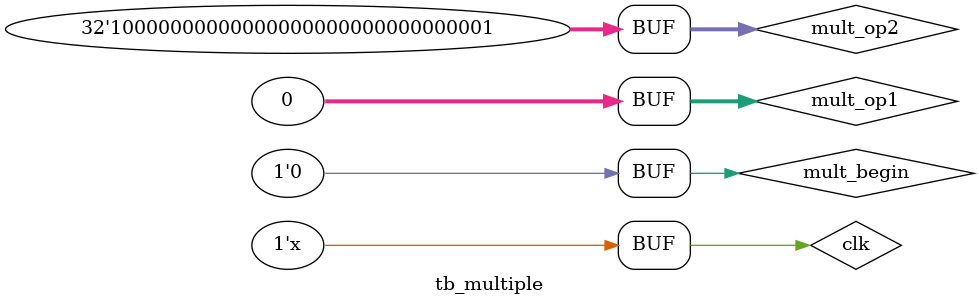
<source format=v>
`timescale 1ns / 1ps


module tb_multiple();
    // Inputs
    reg clk;
    reg mult_begin;
    reg [31:0] mult_op1;
    reg [31:0] mult_op2;

    // Outputs
    wire [63:0] product;
    wire mult_end;

    // Instantiate the Unit Under Test (UUT)
    multiply uut (
        .clk(clk), 
        .mult_begin(mult_begin), 
        .mult_op1(mult_op1), 
        .mult_op2(mult_op2), 
        .product(product), 
        .mult_end(mult_end)
    );

    initial begin
        // Initialize Inputs
        clk = 0;
        mult_begin = 0;
        mult_op1 = 0;
        mult_op2 = 0;

        // Wait 100 ns for global reset to finish
        #100;
        mult_begin = 1;
        mult_op1 = 32'H00000021;
        mult_op2 = 32'H80000001;
        #400;
        mult_begin = 0;
        #500;
        mult_begin = 1;
        mult_op1 = 32'HFFFFFFFF;
        mult_op2 = 32'H11111111;
        #400;
        mult_begin = 0;
        #500;
        mult_begin = 1;
        mult_op1 = 32'H00000021;
        mult_op2 = 32'H80000001;
        #400;
        mult_begin = 0;
        #500;
        mult_begin = 1;
        mult_op1 = 32'H00000000;
        mult_op2 = 32'H80000001;
        #400;
        mult_begin = 0;
        // Add stimulus here
    end
   always #5 clk = ~clk;
endmodule


</source>
